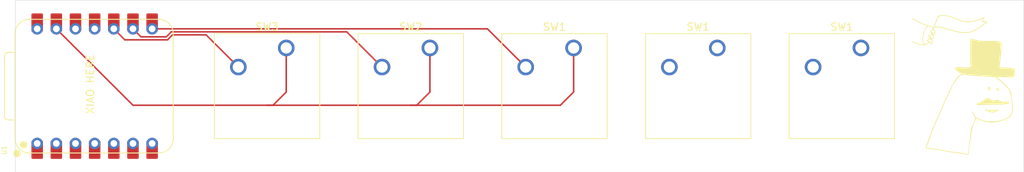
<source format=kicad_pcb>
(kicad_pcb (version 20241229) (generator "pcbnew") (generator_version "9.0")
  (layers (0 "F.Cu" signal) (2 "B.Cu" signal) (13 "F.Paste" user) (15 "B.Paste" user) (5 "F.SilkS" user "F.Silkscreen") (7 "B.SilkS" user "B.Silkscreen") (1 "F.Mask" user) (3 "B.Mask" user) (25 "Edge.Cuts" user))
  (net 0 "")
  (net 4 "+5V")
  (net 6 "Net-(U1-GPIO3{slash}MOSI)")
  (net 7 "Net-(U1-GPIO0{slash}TX)")
  (net 11 "Net-(U1-GPIO4{slash}MISO)")
  (net 12 "Net-(U1-GPIO2{slash}SCK)")
  (net 13 "GND")
  (net 14 "Net-(U1-GPIO1{slash}RX)")
  (footprint "Button_Switch_Keyboard:SW_Cherry_MX_1.00u_PCB" (layer "F.Cu") (at 203.2 102.87)
    (property "Reference" "SW1" (at -2.54 -2.794 0) (layer "F.SilkS"))
    (property "Value" "SW_Push")
    (fp_line (start -9.525 -1.905) (end 4.445 -1.905) (stroke (width 0.12)) (layer "F.SilkS"))
    (fp_line (start -9.525 12.065) (end -9.525 -1.905) (stroke (width 0.12)) (layer "F.SilkS"))
    (fp_line (start 4.445 -1.905) (end 4.445 12.065) (stroke (width 0.12)) (layer "F.SilkS"))
    (fp_line (start 4.445 12.065) (end -9.525 12.065) (stroke (width 0.12)) (layer "F.SilkS"))
    (pad "" np_thru_hole circle (at -7.62 5.08) (size 1.7 1.7) (drill 1.7) (layers "*.Cu" "*.Mask"))
    (pad "" np_thru_hole circle (at -2.54 5.08) (size 4 4) (drill 4) (layers "*.Cu" "*.Mask"))
    (pad "" np_thru_hole circle (at 2.54 5.08) (size 1.7 1.7) (drill 1.7) (layers "*.Cu" "*.Mask"))
    (pad "1" thru_hole circle (at 0 0) (size 2.2 2.2) (drill 1.5) (layers "*.Cu" "*.Mask") (net 13 "GND"))
    (pad "2" thru_hole circle (at -6.35 2.54) (size 2.2 2.2) (drill 1.5) (layers "*.Cu" "*.Mask") (net 14 "Net-(U1-GPIO1{slash}RX)"))
  )
  (footprint "Button_Switch_Keyboard:SW_Cherry_MX_1.00u_PCB" (layer "F.Cu") (at 165.1 102.87)
    (property "Reference" "SW3" (at -2.54 -2.794 0) (layer "F.SilkS"))
    (property "Value" "SW_Push")
    (fp_line (start -9.525 -1.905) (end 4.445 -1.905) (stroke (width 0.12)) (layer "F.SilkS"))
    (fp_line (start -9.525 12.065) (end -9.525 -1.905) (stroke (width 0.12)) (layer "F.SilkS"))
    (fp_line (start 4.445 -1.905) (end 4.445 12.065) (stroke (width 0.12)) (layer "F.SilkS"))
    (fp_line (start 4.445 12.065) (end -9.525 12.065) (stroke (width 0.12)) (layer "F.SilkS"))
    (pad "" np_thru_hole circle (at -7.62 5.08) (size 1.7 1.7) (drill 1.7) (layers "*.Cu" "*.Mask"))
    (pad "" np_thru_hole circle (at -2.54 5.08) (size 4 4) (drill 4) (layers "*.Cu" "*.Mask"))
    (pad "" np_thru_hole circle (at 2.54 5.08) (size 1.7 1.7) (drill 1.7) (layers "*.Cu" "*.Mask"))
    (pad "1" thru_hole circle (at 0 0) (size 2.2 2.2) (drill 1.5) (layers "*.Cu" "*.Mask") (net 13 "GND"))
    (pad "2" thru_hole circle (at -6.35 2.54) (size 2.2 2.2) (drill 1.5) (layers "*.Cu" "*.Mask") (net 11 "Net-(U1-GPIO4{slash}MISO)"))
  )
  (footprint "LOGO" (layer "F.Cu") (at 253.109093 100.484313)
    (property "Reference" "G***" (hide yes))
    (property "Value" "LOGO" (hide yes))
    (fp_poly (pts (xy -0.747904 -1.971691) (xy -0.647742 -1.969428) (xy -0.566218 -1.965058) (xy -0.494794 -1.957825) (xy -0.424929 -1.946975) (xy -0.348083 -1.931754) (xy -0.303657 -1.92211) (xy -0.085073 -1.866819) (xy 0.150611 -1.794661) (xy 0.391516 -1.70966) (xy 0.625759 -1.615836) (xy 0.709851 -1.579023) (xy 0.916688 -1.487695) (xy 1.097426 -1.411694) (xy 1.257375 -1.349329) (xy 1.401844 -1.298908) (xy 1.536145 -1.258739) (xy 1.665588 -1.227131) (xy 1.795483 -1.202392) (xy 1.93114 -1.18283) (xy 1.967268 -1.17847) (xy 2.096682 -1.168013) (xy 2.249996 -1.163063) (xy 2.417471 -1.163316) (xy 2.589369 -1.168466) (xy 2.75595 -1.178206) (xy 2.907476 -1.192232) (xy 3.034209 -1.210237) (xy 3.045499 -1.212312) (xy 3.441478 -1.303921) (xy 3.823813 -1.42728) (xy 4.197208 -1.583999) (xy 4.353341 -1.660588) (xy 4.436633 -1.702295) (xy 4.508332 -1.736481) (xy 4.562663 -1.760527) (xy 4.593852 -1.771814) (xy 4.598873 -1.771967) (xy 4.594048 -1.75391) (xy 4.574953 -1.709368) (xy 4.54399 -1.643451) (xy 4.503558 -1.561269) (xy 4.456158 -1.468127) (xy 4.408728 -1.374727) (xy 4.368491 -1.292378) (xy 4.337827 -1.226215) (xy 4.319117 -1.181374) (xy 4.314731 -1.163) (xy 4.335178 -1.159267) (xy 4.385532 -1.155377) (xy 4.459976 -1.151625) (xy 4.552696 -1.148304) (xy 4.654492 -1.145777) (xy 4.758463 -1.143082) (xy 4.848924 -1.139521) (xy 4.920305 -1.135414) (xy 4.967035 -1.131081) (xy 4.983544 -1.126894) (xy 4.970841 -1.111034) (xy 4.936245 -1.076966) (xy 4.885025 -1.029684) (xy 4.822453 -0.974183) (xy 4.821873 -0.973677) (xy 4.511389 -0.714221) (xy 4.203811 -0.479009) (xy 3.901002 -0.269117) (xy 3.604826 -0.085623) (xy 3.317145 0.070398) (xy 3.039822 0.197867) (xy 2.774721 0.29571) (xy 2.523703 0.362848) (xy 2.50119 0.367484) (xy 2.445149 0.377523) (xy 2.387917 0.384741) (xy 2.323377 0.389353) (xy 2.245413 0.391573) (xy 2.147909 0.391617) (xy 2.024749 0.389698) (xy 1.929601 0.387539) (xy 1.739458 0.381162) (xy 1.562261 0.37112) (xy 1.393197 0.356506) (xy 1.227451 0.336414) (xy 1.060211 0.309937) (xy 0.886662 0.276167) (xy 0.70199 0.234197) (xy 0.501382 0.183122) (xy 0.280025 0.122034) (xy 0.033104 0.050025) (xy -0.142897 -0.002918) (xy -0.40333 -0.080693) (xy -0.634369 -0.146699) (xy -0.840042 -0.201793) (xy -1.024373 -0.246835) (xy -1.191388 -0.282683) (xy -1.345112 -0.310196) (xy -1.489571 -0.330232) (xy -1.62879 -0.34365) (xy -1.766794 -0.351308) (xy -1.77829 -0.351711) (xy -2.082951 -0.361929) (xy -2.142672 -0.207454) (xy -2.167944 -0.139688) (xy -2.186293 -0.085793) (xy -2.195213 -0.05339) (xy -2.195254 -0.047531) (xy -2.176979 -0.03631) (xy -2.137681 -0.01332) (xy -2.104825 0.005594) (xy -2.017125 0.074904) (xy -1.957184 0.163763) (xy -1.927252 0.26671) (xy -1.929578 0.378281) (xy -1.936997 0.412983) (xy -1.97711 0.515434) (xy -2.036298 0.59203) (xy -2.111758 0.639449) (xy -2.134021 0.646675) (xy -2.180946 0.66041) (xy -2.199286 0.672856) (xy -2.19506 0.691601) (xy -2.183869 0.70953) (xy -2.149335 0.790724) (xy -2.139231 0.883564) (xy -2.151285 0.979445) (xy -2.183226 1.069761) (xy -2.232782 1.145907) (xy -2.297683 1.199277) (xy -2.315375 1.207776) (xy -2.377748 1.233838) (xy -2.33819 1.297845) (xy -2.298451 1.389458) (xy -2.284032 1.487867) (xy -2.292984 1.585927) (xy -2.323358 1.676495) (xy -2.373203 1.752428) (xy -2.440572 1.806582) (xy -2.481692 1.823707) (xy -2.56191 1.835713) (xy -2.632542 1.817667) (xy -2.701602 1.767277) (xy -2.710894 1.75822) (xy -2.749369 1.714635) (xy -2.765373 1.677941) (xy -2.765228 1.634237) (xy -2.761166 1.593074) (xy -2.760586 1.572431) (xy -2.760918 1.57187) (xy -2.771519 1.585344) (xy -2.795425 1.619841) (xy -2.814118 1.647772) (xy -2.893147 1.751198) (xy -2.987871 1.850282) (xy -3.087216 1.934186) (xy -3.148696 1.975256) (xy -3.204059 2.005996) (xy -3.248911 2.024049) (xy -3.296589 2.032562) (xy -3.360427 2.034681) (xy -3.399234 2.034371) (xy -3.480859 2.031214) (xy -3.582445 2.02426) (xy -3.688578 2.014675) (xy -3.751055 2.007783) (xy -3.948728 1.977362) (xy -4.151052 1.933985) (xy -4.350279 1.880024) (xy -4.538661 1.817847) (xy -4.708451 1.749824) (xy -4.8519 1.678326) (xy -4.878013 1.663055) (xy -4.937585 1.625488) (xy -4.972677 1.597085) (xy -4.990265 1.570071) (xy -4.997324 1.536676) (xy -4.998019 1.529339) (xy -4.999153 1.487272) (xy -4.994906 1.465521) (xy -4.993352 1.464697) (xy -4.974584 1.474052) (xy -4.934902 1.498645) (xy -4.882686 1.53327) (xy -4.879672 1.535324) (xy -4.743519 1.61514) (xy -4.578393 1.689975) (xy -4.390947 1.757514) (xy -4.187832 1.815441) (xy -3.975701 1.861444) (xy -3.909693 1.872834) (xy -3.788414 1.891736) (xy -3.684739 1.906442) (xy -3.602764 1.916466) (xy -3.546584 1.921322) (xy -3.520295 1.920525) (xy -3.518847 1.919175) (xy -3.527433 1.902248) (xy -3.549617 1.864291) (xy -3.571949 1.827593) (xy -3.632221 1.698334) (xy -3.670651 1.542079) (xy -3.68723 1.36011) (xy -3.684198 1.2416) (xy -3.58844 1.2416) (xy -3.586191 1.362555) (xy -3.576112 1.506653) (xy -3.556948 1.621593) (xy -3.526803 1.713206) (xy -3.483783 1.787328) (xy -3.42872 1.847345) (xy -3.36413 1.894243) (xy -3.303825 1.909655) (xy -3.238351 1.895069) (xy -3.209837 1.881811) (xy -3.113044 1.821367) (xy -3.02677 1.742638) (xy -2.956002 1.657149) (xy -2.917287 1.603937) (xy -2.888833 1.561571) (xy -2.876042 1.538159) (xy -2.875809 1.536804) (xy -2.891747 1.526594) (xy -2.932222 1.516132) (xy -2.958852 1.511757) (xy -3.013669 1.500984) (xy -3.055097 1.487082) (xy -3.064963 1.48123) (xy -3.078536 1.449327) (xy -3.070384 1.420828) (xy -2.942232 1.420828) (xy -2.912999 1.428839) (xy -2.905844 1.428973) (xy -2.84795 1.435742) (xy -2.782639 1.453183) (xy -2.721583 1.476998) (xy -2.676455 1.502889) (xy -2.661007 1.519135) (xy -2.651014 1.561017) (xy -2.653089 1.613175) (xy -2.653358 1.61465) (xy -2.656709 1.660498) (xy -2.640714 1.689833) (xy -2.623353 1.703711) (xy -2.577977 1.728203) (xy -2.535866 1.728345) (xy -2.495565 1.713245) (xy -2.439283 1.66973) (xy -2.40356 1.605458) (xy -2.388282 1.528809) (xy -2.393337 1.448164) (xy -2.418611 1.371902) (xy -2.463992 1.308403) (xy -2.501415 1.279565) (xy -2.572875 1.255997) (xy -2.659965 1.255124) (xy -2.752551 1.274894) (xy -2.840499 1.313254) (xy -2.907068 1.361746) (xy -2.940243 1.39909) (xy -2.942232 1.420828) (xy -3.070384 1.420828) (xy -3.065555 1.403945) (xy -3.029657 1.350706) (xy -2.974476 1.295235) (xy -2.916387 1.251362) (xy -2.866572 1.213889) (xy -2.831056 1.172854) (xy -2.822393 1.1567) (xy -2.681712 1.1567) (xy -2.66803 1.158116) (xy -2.64333 1.133921) (xy -2.626936 1.102811) (xy -2.613198 1.058314) (xy -2.60446 1.012447) (xy -2.603068 0.977226) (xy -2.610275 0.964557) (xy -2.625613 0.971775) (xy -2.625738 0.972826) (xy -2.631761 0.992702) (xy -2.647249 1.034997) (xy -2.661202 1.071068) (xy -2.679652 1.126927) (xy -2.681712 1.1567) (xy -2.822393 1.1567) (xy -2.800566 1.115998) (xy -2.783389 1.075545) (xy -2.75932 1.01385) (xy -2.74164 0.96414) (xy -2.733924 0.936512) (xy -2.733846 0.935599) (xy -2.749284 0.921975) (xy -2.789725 0.909323) (xy -2.820338 0.903975) (xy -2.888784 0.890173) (xy -2.925145 0.868751) (xy -2.932886 0.835599) (xy -2.925222 0.813515) (xy -2.799334 0.813515) (xy -2.770101 0.821525) (xy -2.762947 0.821659) (xy -2.705053 0.828428) (xy -2.639742 0.84587) (xy -2.578686 0.869685) (xy -2.533558 0.895575) (xy -2.51811 0.911821) (xy -2.508117 0.953703) (xy -2.510192 1.005861) (xy -2.510461 1.007336) (xy -2.513812 1.053184) (xy -2.497817 1.08252) (xy -2.480456 1.096397) (xy -2.43508 1.120889) (xy -2.392969 1.121032) (xy -2.352667 1.105932) (xy -2.296386 1.062416) (xy -2.260663 0.998144) (xy -2.245385 0.921495) (xy -2.25044 0.84085) (xy -2.275714 0.764588) (xy -2.321094 0.701089) (xy -2.358517 0.672252) (xy -2.429978 0.648683) (xy -2.517067 0.64781) (xy -2.609653 0.66758) (xy -2.697601 0.70594) (xy -2.76417 0.754433) (xy -2.797346 0.791777) (xy -2.799334 0.813515) (xy -2.925222 0.813515) (xy -2.91689 0.789505) (xy -2.86825 0.722349) (xy -2.790799 0.65662) (xy -2.691233 0.597687) (xy -2.658478 0.582323) (xy -2.60154 0.554072) (xy -2.589761 0.544285) (xy -2.440778 0.544285) (xy -2.420773 0.553609) (xy -2.41569 0.553727) (xy -2.39267 0.547172) (xy -2.387457 0.521021) (xy -2.389918 0.498793) (xy -2.400249 0.463545) (xy -2.414765 0.463116) (xy -2.432 0.497052) (xy -2.437382 0.513537) (xy -2.440778 0.544285) (xy -2.589761 0.544285) (xy -2.567084 0.525444) (xy -2.543638 0.484947) (xy -2.532102 0.455685) (xy -2.515752 0.404673) (xy -2.508416 0.367803) (xy -2.509373 0.357666) (xy -2.530545 0.347644) (xy -2.575153 0.337226) (xy -2.605591 0.332439) (xy -2.674175 0.318647) (xy -2.710678 0.297293) (xy -2.718577 0.26427) (xy -2.710848 0.241925) (xy -2.584988 0.241925) (xy -2.555755 0.249936) (xy -2.548601 0.25007) (xy -2.490707 0.256839) (xy -2.425396 0.27428) (xy -2.36434 0.298095) (xy -2.319212 0.323986) (xy -2.303764 0.340232) (xy -2.293771 0.382114) (xy -2.295846 0.434272) (xy -2.296115 0.435747) (xy -2.299466 0.481595) (xy -2.283471 0.51093) (xy -2.26611 0.524808) (xy -2.220734 0.5493) (xy -2.178623 0.549442) (xy -2.138321 0.534342) (xy -2.08204 0.490827) (xy -2.046317 0.426555) (xy -2.031039 0.349906) (xy -2.036094 0.269261) (xy -2.061368 0.192999) (xy -2.106748 0.1295) (xy -2.144171 0.100663) (xy -2.215632 0.077094) (xy -2.302722 0.076221) (xy -2.395307 0.095991) (xy -2.483255 0.134351) (xy -2.549824 0.182844) (xy -2.583 0.220187) (xy -2.584988 0.241925) (xy -2.710848 0.241925) (xy -2.702544 0.217915) (xy -2.654172 0.151084) (xy -2.577859 0.086184) (xy -2.481168 0.02912) (xy -2.433305 0.007686) (xy -2.377679 -0.019281) (xy -2.336538 -0.047297) (xy -2.321276 -0.065715) (xy -2.318242 -0.122141) (xy -2.339204 -0.192096) (xy -2.379498 -0.26778) (xy -2.434456 -0.341398) (xy -2.499415 -0.405151) (xy -2.543227 -0.436651) (xy -2.606365 -0.469915) (xy -2.669809 -0.488392) (xy -2.750971 -0.497118) (xy -2.752612 -0.497211) (xy -2.823681 -0.499193) (xy -2.874078 -0.493446) (xy -2.918527 -0.477067) (xy -2.954579 -0.457373) (xy -3.04933 -0.383225) (xy -3.140458 -0.274365) (xy -3.22752 -0.131665) (xy -3.310072 0.044005) (xy -3.387668 0.251772) (xy -3.459866 0.490767) (xy -3.483187 0.579307) (xy -3.523576 0.745263) (xy -3.553183 0.886003) (xy -3.573119 1.009993) (xy -3.584501 1.125703) (xy -3.58844 1.2416) (xy -3.684198 1.2416) (xy -3.681949 1.15371) (xy -3.654799 0.924158) (xy -3.60577 0.672738) (xy -3.581136 0.57069) (xy -3.51754 0.34284) (xy -3.447744 0.134995) (xy -3.373044 -0.050168) (xy -3.294733 -0.209969) (xy -3.214105 -0.341728) (xy -3.132455 -0.442765) (xy -3.062644 -0.50288) (xy -3.024459 -0.530828) (xy -3.002804 -0.550448) (xy -3.000966 -0.553856) (xy -3.016835 -0.562448) (xy -3.059232 -0.577484) (xy -3.120164 -0.596218) (xy -3.144775 -0.603248) (xy -3.404281 -0.684728) (xy -3.679664 -0.787075) (xy -3.961459 -0.905974) (xy -4.240202 -1.037114) (xy -4.506427 -1.176179) (xy -4.750668 -1.318859) (xy -4.839125 -1.375343) (xy -4.910694 -1.422994) (xy -4.957405 -1.457032) (xy -4.98454 -1.48302) (xy -4.997382 -1.50652) (xy -5.001213 -1.533097) (xy -5.001406 -1.546237) (xy -4.99819 -1.586482) (xy -4.990235 -1.604616) (xy -4.98801 -1.604501) (xy -4.969079 -1.592938) (xy -4.926056 -1.565235) (xy -4.864577 -1.525063) (xy -4.790277 -1.476092) (xy -4.756968 -1.454024) (xy -4.612194 -1.36307) (xy -4.444752 -1.266342) (xy -4.265721 -1.169786) (xy -4.08618 -1.079347) (xy -3.91721 -1.00097) (xy -3.89311 -0.99047) (xy -3.73978 -0.927011) (xy -3.575899 -0.863963) (xy -3.407683 -0.803353) (xy -3.241345 -0.747211) (xy -3.083101 -0.697566) (xy -2.939167 -0.656448) (xy -2.815756 -0.625885) (xy -2.723178 -0.608475) (xy -2.645089 -0.591651) (xy -2.564993 -0.565556) (xy -2.525179 -0.548148) (xy -2.456041 -0.503706) (xy -2.382791 -0.441817) (xy -2.317478 -0.373761) (xy -2.272662 -0.311738) (xy -2.254869 -0.288094) (xy -2.246055 -0.285944) (xy -2.238119 -0.303802) (xy -2.218229 -0.351516) (xy -2.187729 -0.425783) (xy -2.165505 -0.480283) (xy -2.036314 -0.480283) (xy -2.019422 -0.476105) (xy -1.972658 -0.471425) (xy -1.901863 -0.466653) (xy -1.812879 -0.462199) (xy -1.737096 -0.459292) (xy -1.625403 -0.454092) (xy -1.516339 -0.445647) (xy -1.406297 -0.433165) (xy -1.291673 -0.415851) (xy -1.168861 -0.392914) (xy -1.034258 -0.36356) (xy -0.884259 -0.326997) (xy -0.715257 -0.282432) (xy -0.523649 -0.229071) (xy -0.30583 -0.166123) (xy -0.058194 -0.092793) (xy -0.023068 -0.08229) (xy 0.235133 -0.006495) (xy 0.465622 0.057707) (xy 0.674046 0.111503) (xy 0.866054 0.156081) (xy 1.047292 0.192628) (xy 1.223409 0.222332) (xy 1.400052 0.24638) (xy 1.582869 0.265961) (xy 1.670112 0.273755) (xy 1.77319 0.279955) (xy 1.893776 0.283209) (xy 2.023442 0.283681) (xy 2.153758 0.281536) (xy 2.276295 0.276939) (xy 2.382623 0.270054) (xy 2.464311 0.261046) (xy 2.48326 0.257859) (xy 2.711609 0.200897) (xy 2.956112 0.114009) (xy 3.215003 -0.001827) (xy 3.486513 -0.145633) (xy 3.768876 -0.316431) (xy 4.060325 -0.513245) (xy 4.359091 -0.735095) (xy 4.544532 -0.882589) (xy 4.721765 -1.027075) (xy 4.52667 -1.03148) (xy 4.423122 -1.034519) (xy 4.348875 -1.038919) (xy 4.297506 -1.045758) (xy 4.262595 -1.056114) (xy 4.237717 -1.071062) (xy 4.225651 -1.081964) (xy 4.204947 -1.113307) (xy 4.200327 -1.154131) (xy 4.212818 -1.209842) (xy 4.243446 -1.285844) (xy 4.277989 -1.357525) (xy 4.311816 -1.425561) (xy 4.33862 -1.480769) (xy 4.35497 -1.516006) (xy 4.358368 -1.524867) (xy 4.343163 -1.520917) (xy 4.301767 -1.504767) (xy 4.240509 -1.478999) (xy 4.166049 -1.446346) (xy 3.818038 -1.306876) (xy 3.465125 -1.196176) (xy 3.11133 -1.11502) (xy 2.760669 -1.06418) (xy 2.417161 -1.044426) (xy 2.121665 -1.053545) (xy 1.876136 -1.079374) (xy 1.6444 -1.120035) (xy 1.417623 -1.177927) (xy 1.186971 -1.255451) (xy 0.943612 -1.35501) (xy 0.839522 -1.402102) (xy 0.570088 -1.521952) (xy 0.322009 -1.621281) (xy 0.088942 -1.702128) (xy -0.135459 -1.766533) (xy -0.357537 -1.816535) (xy -0.553727 -1.849896) (xy -0.714396 -1.866965) (xy -0.879405 -1.872858) (xy -1.041634 -1.868137) (xy -1.193962 -1.853366) (xy -1.329267 -1.829108) (xy -1.440429 -1.795925) (xy -1.484431 -1.776318) (xy -1.498408 -1.765971) (xy -1.514023 -1.74696) (xy -1.532696 -1.716181) (xy -1.555848 -1.670531) (xy -1.584899 -1.606905) (xy -1.621271 -1.5222) (xy -1.666382 -1.413312) (xy -1.721655 -1.277138) (xy -1.784148 -1.121477) (xy -1.840617 -0.980073) (xy -1.892677 -0.84917) (xy -1.938881 -0.73245) (xy -1.977779 -0.633594) (xy -2.007925 -0.556286) (xy -2.027869 -0.504207) (xy -2.036164 -0.48104) (xy -2.036314 -0.480283) (xy -2.165505 -0.480283) (xy -2.147964 -0.5233) (xy -2.100276 -0.640765) (xy -2.046009 -0.774877) (xy -1.986507 -0.922332) (xy -1.928405 -1.066667) (xy -1.618012 -1.838607) (xy -1.533153 -1.875112) (xy -1.451409 -1.908206) (xy -1.375898 -1.933111) (xy -1.299366 -1.950903) (xy -1.214557 -1.962655) (xy -1.114218 -1.969443) (xy -0.991092 -1.972343) (xy -0.875246 -1.972599)) (fill yes) (layer "F.SilkS"))
  )
  (footprint "Button_Switch_Keyboard:SW_Cherry_MX_1.00u_PCB" (layer "F.Cu") (at 184.15 102.87)
    (property "Reference" "SW2" (at -2.54 -2.794 0) (layer "F.SilkS"))
    (property "Value" "SW_Push")
    (fp_line (start -9.525 -1.905) (end 4.445 -1.905) (stroke (width 0.12)) (layer "F.SilkS"))
    (fp_line (start -9.525 12.065) (end -9.525 -1.905) (stroke (width 0.12)) (layer "F.SilkS"))
    (fp_line (start 4.445 -1.905) (end 4.445 12.065) (stroke (width 0.12)) (layer "F.SilkS"))
    (fp_line (start 4.445 12.065) (end -9.525 12.065) (stroke (width 0.12)) (layer "F.SilkS"))
    (pad "" np_thru_hole circle (at -7.62 5.08) (size 1.7 1.7) (drill 1.7) (layers "*.Cu" "*.Mask"))
    (pad "" np_thru_hole circle (at -2.54 5.08) (size 4 4) (drill 4) (layers "*.Cu" "*.Mask"))
    (pad "" np_thru_hole circle (at 2.54 5.08) (size 1.7 1.7) (drill 1.7) (layers "*.Cu" "*.Mask"))
    (pad "1" thru_hole circle (at 0 0) (size 2.2 2.2) (drill 1.5) (layers "*.Cu" "*.Mask") (net 13 "GND"))
    (pad "2" thru_hole circle (at -6.35 2.54) (size 2.2 2.2) (drill 1.5) (layers "*.Cu" "*.Mask") (net 12 "Net-(U1-GPIO2{slash}SCK)"))
  )
  (footprint "Button_Switch_Keyboard:SW_Cherry_MX_1.00u_PCB" (layer "F.Cu") (at 241.3 102.87)
    (property "Reference" "SW1" (at -2.54 -2.794 0) (layer "F.SilkS"))
    (property "Value" "SW_Push")
    (fp_line (start -9.525 -1.905) (end 4.445 -1.905) (stroke (width 0.12)) (layer "F.SilkS"))
    (fp_line (start -9.525 12.065) (end -9.525 -1.905) (stroke (width 0.12)) (layer "F.SilkS"))
    (fp_line (start 4.445 -1.905) (end 4.445 12.065) (stroke (width 0.12)) (layer "F.SilkS"))
    (fp_line (start 4.445 12.065) (end -9.525 12.065) (stroke (width 0.12)) (layer "F.SilkS"))
    (pad "" np_thru_hole circle (at -7.62 5.08) (size 1.7 1.7) (drill 1.7) (layers "*.Cu" "*.Mask"))
    (pad "" np_thru_hole circle (at -2.54 5.08) (size 4 4) (drill 4) (layers "*.Cu" "*.Mask"))
    (pad "" np_thru_hole circle (at 2.54 5.08) (size 1.7 1.7) (drill 1.7) (layers "*.Cu" "*.Mask"))
    (pad "1" thru_hole circle (at 0 0) (size 2.2 2.2) (drill 1.5) (layers "*.Cu" "*.Mask"))
    (pad "2" thru_hole circle (at -6.35 2.54) (size 2.2 2.2) (drill 1.5) (layers "*.Cu" "*.Mask"))
  )
  (footprint "Seeed Studio XIAO Series Library:XIAO-RP2040-DIP" (layer "F.Cu") (at 139.7 107.95 90)
    (property "Reference" "U1" (at -8.5 -12 90) (layer "F.SilkS") (effects (font (size 0.635 0.635) (thickness 0.1016))))
    (property "Value" "XIAO-RP2040-DIP")
    (fp_line (start -3.991272 -11.951) (end 4.004 -11.951) (stroke (width 0.127)) (layer "F.SilkS"))
    (fp_line (start 4.504 -11.451) (end 4.504 -10.541) (stroke (width 0.127)) (layer "F.SilkS"))
    (fp_line (start 6.985 -10.541) (end -6.985 -10.541) (stroke (width 0.1)) (layer "F.SilkS"))
    (fp_line (start 6.985 -10.541) (end -6.985 -10.541) (stroke (width 0.127)) (layer "F.SilkS"))
    (fp_line (start -4.495 -10.541) (end -4.491272 -11.451272) (stroke (width 0.127)) (layer "F.SilkS"))
    (fp_line (start 8.89 8.509) (end 8.89 -8.636) (stroke (width 0.127)) (layer "F.SilkS"))
    (fp_line (start -8.89 8.509) (end -8.89 -8.636) (stroke (width 0.127)) (layer "F.SilkS"))
    (fp_line (start -6.985 10.414) (end 6.985 10.414) (stroke (width 0.127)) (layer "F.SilkS"))
    (fp_arc (start 4.004 -11.951) (mid 4.357553 -11.804553) (end 4.504 -11.451) (stroke (width 0.127)) (layer "F.SilkS"))
    (fp_arc (start -4.491272 -11.451272) (mid -4.344724 -11.804644) (end -3.991272 -11.951) (stroke (width 0.127)) (layer "F.SilkS"))
    (fp_arc (start 6.985 -10.541) (mid 8.332038 -9.983038) (end 8.89 -8.636) (stroke (width 0.127)) (layer "F.SilkS"))
    (fp_arc (start -8.89 -8.636) (mid -8.332038 -9.983038) (end -6.985 -10.541) (stroke (width 0.127)) (layer "F.SilkS"))
    (fp_arc (start 8.89 8.509) (mid 8.332038 9.856038) (end 6.985 10.414) (stroke (width 0.127)) (layer "F.SilkS"))
    (fp_arc (start -6.985 10.414) (mid -8.332038 9.856038) (end -8.89 8.509) (stroke (width 0.127)) (layer "F.SilkS"))
    (fp_circle (center -8.95 -10.3) (end -8.95 -10.554) (stroke (width 0.5)) (fill yes) (layer "F.SilkS"))
    (fp_circle (center -7.807 -9.42) (end -7.807 -9.674) (stroke (width 0.5)) (fill yes) (layer "F.SilkS"))
    (pad "1" smd roundrect (at -8.455 -7.62 270) (size 2.432 1.524) (layers "F.Cu" "F.Mask") (roundrect_rratio 0.1))
    (pad "1" thru_hole circle (at -7.62 -7.62 270) (size 1.524 1.524) (drill 0.889) (layers "*.Cu" "*.Mask"))
    (pad "2" smd roundrect (at -8.455 -5.08 270) (size 2.432 1.524) (layers "F.Cu" "F.Mask") (roundrect_rratio 0.1))
    (pad "2" thru_hole circle (at -7.62 -5.08 270) (size 1.524 1.524) (drill 0.889) (layers "*.Cu" "*.Mask"))
    (pad "3" smd roundrect (at -8.455 -2.54 270) (size 2.432 1.524) (layers "F.Cu" "F.Mask") (roundrect_rratio 0.1))
    (pad "3" thru_hole circle (at -7.62 -2.54 270) (size 1.524 1.524) (drill 0.889) (layers "*.Cu" "*.Mask"))
    (pad "4" smd roundrect (at -8.455 0 270) (size 2.432 1.524) (layers "F.Cu" "F.Mask") (roundrect_rratio 0.1))
    (pad "4" thru_hole circle (at -7.62 0 270) (size 1.524 1.524) (drill 0.889) (layers "*.Cu" "*.Mask"))
    (pad "5" smd roundrect (at -8.455 2.54 270) (size 2.432 1.524) (layers "F.Cu" "F.Mask") (roundrect_rratio 0.1))
    (pad "5" thru_hole circle (at -7.62 2.54 270) (size 1.524 1.524) (drill 0.889) (layers "*.Cu" "*.Mask"))
    (pad "6" smd roundrect (at -8.455 5.08 270) (size 2.432 1.524) (layers "F.Cu" "F.Mask") (roundrect_rratio 0.1))
    (pad "6" thru_hole circle (at -7.62 5.08 270) (size 1.524 1.524) (drill 0.889) (layers "*.Cu" "*.Mask"))
    (pad "7" smd roundrect (at -8.455 7.62 270) (size 2.432 1.524) (layers "F.Cu" "F.Mask") (roundrect_rratio 0.1) (net 7 "Net-(U1-GPIO0{slash}TX)"))
    (pad "7" thru_hole circle (at -7.62 7.62 270) (size 1.524 1.524) (drill 0.889) (layers "*.Cu" "*.Mask") (net 7 "Net-(U1-GPIO0{slash}TX)"))
    (pad "8" thru_hole circle (at 7.62 7.62 90) (size 1.524 1.524) (drill 0.889) (layers "*.Cu" "*.Mask") (net 14 "Net-(U1-GPIO1{slash}RX)"))
    (pad "8" smd roundrect (at 8.455 7.62 90) (size 2.432 1.524) (layers "F.Cu" "F.Mask") (roundrect_rratio 0.1) (net 14 "Net-(U1-GPIO1{slash}RX)"))
    (pad "9" thru_hole circle (at 7.62 5.08 90) (size 1.524 1.524) (drill 0.889) (layers "*.Cu" "*.Mask") (net 12 "Net-(U1-GPIO2{slash}SCK)"))
    (pad "9" smd roundrect (at 8.455 5.08 90) (size 2.432 1.524) (layers "F.Cu" "F.Mask") (roundrect_rratio 0.1) (net 12 "Net-(U1-GPIO2{slash}SCK)"))
    (pad "10" thru_hole circle (at 7.62 2.54 90) (size 1.524 1.524) (drill 0.889) (layers "*.Cu" "*.Mask") (net 11 "Net-(U1-GPIO4{slash}MISO)"))
    (pad "10" smd roundrect (at 8.455 2.54 90) (size 2.432 1.524) (layers "F.Cu" "F.Mask") (roundrect_rratio 0.1) (net 11 "Net-(U1-GPIO4{slash}MISO)"))
    (pad "11" thru_hole circle (at 7.62 0 90) (size 1.524 1.524) (drill 0.889) (layers "*.Cu" "*.Mask") (net 6 "Net-(U1-GPIO3{slash}MOSI)"))
    (pad "11" smd roundrect (at 8.455 0 90) (size 2.432 1.524) (layers "F.Cu" "F.Mask") (roundrect_rratio 0.1) (net 6 "Net-(U1-GPIO3{slash}MOSI)"))
    (pad "12" thru_hole circle (at 7.62 -2.54 90) (size 1.524 1.524) (drill 0.889) (layers "*.Cu" "*.Mask"))
    (pad "12" smd roundrect (at 8.455 -2.54 90) (size 2.432 1.524) (layers "F.Cu" "F.Mask") (roundrect_rratio 0.1))
    (pad "13" thru_hole circle (at 7.62 -5.08 90) (size 1.524 1.524) (drill 0.889) (layers "*.Cu" "*.Mask") (net 13 "GND"))
    (pad "13" smd roundrect (at 8.455 -5.08 90) (size 2.432 1.524) (layers "F.Cu" "F.Mask") (roundrect_rratio 0.1) (net 13 "GND"))
    (pad "14" thru_hole circle (at 7.62 -7.62 90) (size 1.524 1.524) (drill 0.889) (layers "*.Cu" "*.Mask") (net 4 "+5V"))
    (pad "14" smd roundrect (at 8.455 -7.62 90) (size 2.432 1.524) (layers "F.Cu" "F.Mask") (roundrect_rratio 0.1) (net 4 "+5V"))
  )
  (footprint "Button_Switch_Keyboard:SW_Cherry_MX_1.00u_PCB" (layer "F.Cu") (at 222.25 102.87)
    (property "Reference" "SW1" (at -2.54 -2.794 0) (layer "F.SilkS"))
    (property "Value" "SW_Push")
    (fp_line (start -9.525 -1.905) (end 4.445 -1.905) (stroke (width 0.12)) (layer "F.SilkS"))
    (fp_line (start -9.525 12.065) (end -9.525 -1.905) (stroke (width 0.12)) (layer "F.SilkS"))
    (fp_line (start 4.445 -1.905) (end 4.445 12.065) (stroke (width 0.12)) (layer "F.SilkS"))
    (fp_line (start 4.445 12.065) (end -9.525 12.065) (stroke (width 0.12)) (layer "F.SilkS"))
    (pad "" np_thru_hole circle (at -7.62 5.08) (size 1.7 1.7) (drill 1.7) (layers "*.Cu" "*.Mask"))
    (pad "" np_thru_hole circle (at -2.54 5.08) (size 4 4) (drill 4) (layers "*.Cu" "*.Mask"))
    (pad "" np_thru_hole circle (at 2.54 5.08) (size 1.7 1.7) (drill 1.7) (layers "*.Cu" "*.Mask"))
    (pad "1" thru_hole circle (at 0 0) (size 2.2 2.2) (drill 1.5) (layers "*.Cu" "*.Mask"))
    (pad "2" thru_hole circle (at -6.35 2.54) (size 2.2 2.2) (drill 1.5) (layers "*.Cu" "*.Mask"))
  )
  (footprint "LOGO" (layer "F.Cu") (at 255.718534 111.483751)
    (property "Reference" "G***" (hide yes))
    (property "Value" "LOGO" (hide yes))
    (fp_poly (pts (xy 2.670549 -3.377433) (xy 2.750506 -3.23966) (xy 2.741476 -3.094802) (xy 2.716096 -3.059973) (xy 2.589553 -2.97658) (xy 2.474543 -3.029998) (xy 2.423595 -3.086082) (xy 2.364595 -3.240969) (xy 2.409244 -3.379812) (xy 2.534797 -3.438769)) (fill yes) (layer "F.SilkS"))
    (fp_poly (pts (xy 3.886552 -3.200439) (xy 3.938221 -3.092388) (xy 3.899086 -2.998554) (xy 3.778778 -2.902357) (xy 3.653224 -2.93578) (xy 3.551371 -3.024717) (xy 3.46428 -3.129948) (xy 3.503286 -3.192414) (xy 3.583005 -3.231215) (xy 3.753736 -3.257323)) (fill yes) (layer "F.SilkS"))
    (fp_poly (pts (xy 2.226134 -0.49429) (xy 2.393237 -0.430895) (xy 2.702728 -0.344028) (xy 3.035511 -0.31572) (xy 3.325908 -0.348511) (xy 3.438245 -0.390489) (xy 3.612456 -0.434524) (xy 3.704637 -0.421975) (xy 3.783752 -0.36857) (xy 3.733144 -0.283536) (xy 3.716185 -0.266251) (xy 3.420452 -0.078306) (xy 3.042622 -0.018623) (xy 2.591924 -0.088617) (xy 2.579077 -0.092248) (xy 2.285605 -0.205378) (xy 2.135971 -0.339633) (xy 2.110154 -0.440465) (xy 2.133005 -0.501718)) (fill yes) (layer "F.SilkS"))
    (fp_poly (pts (xy 2.566969 -1.907918) (xy 2.772299 -1.79899) (xy 2.938485 -1.670343) (xy 2.970812 -1.632123) (xy 3.063428 -1.615833) (xy 3.250319 -1.641541) (xy 3.346128 -1.664368) (xy 3.565667 -1.71036) (xy 3.73796 -1.697918) (xy 3.938436 -1.616263) (xy 4.035919 -1.565788) (xy 4.271653 -1.454864) (xy 4.439523 -1.42223) (xy 4.599948 -1.456865) (xy 4.610866 -1.460921) (xy 4.834715 -1.509376) (xy 5.046629 -1.499284) (xy 5.195919 -1.438567) (xy 5.236308 -1.363194) (xy 5.186996 -1.235481) (xy 5.16137 -1.213373) (xy 5.005279 -1.164607) (xy 4.728997 -1.123627) (xy 4.368541 -1.092686) (xy 3.959929 -1.074039) (xy 3.539182 -1.069937) (xy 3.142315 -1.082634) (xy 3.106615 -1.084832) (xy 2.995456 -1.083798) (xy 2.760582 -1.076499) (xy 2.434413 -1.064091) (xy 2.049365 -1.047735) (xy 1.973384 -1.044329) (xy 1.554791 -1.026292) (xy 1.267587 -1.018601) (xy 1.087036 -1.024092) (xy 0.988402 -1.045603) (xy 0.946946 -1.085969) (xy 0.937933 -1.148027) (xy 0.937846 -1.163067) (xy 0.973433 -1.285811) (xy 1.107861 -1.327304) (xy 1.159585 -1.328616) (xy 1.362337 -1.379841) (xy 1.634992 -1.520212) (xy 1.817886 -1.641231) (xy 2.059881 -1.800036) (xy 2.269979 -1.91257) (xy 2.399373 -1.953846)) (fill yes) (layer "F.SilkS"))
    (fp_poly (pts (xy 0.397816 -9.788577) (xy 0.672899 -9.72457) (xy 0.758484 -9.702051) (xy 1.181019 -9.608217) (xy 1.615601 -9.558688) (xy 2.129624 -9.546139) (xy 2.188308 -9.546639) (xy 2.743298 -9.551396) (xy 3.164259 -9.550511) (xy 3.473434 -9.541833) (xy 3.693061 -9.523211) (xy 3.845381 -9.492492) (xy 3.952635 -9.447526) (xy 4.037064 -9.386161) (xy 4.05982 -9.365582) (xy 4.140087 -9.282799) (xy 4.189809 -9.192751) (xy 4.213298 -9.06185) (xy 4.214866 -8.856507) (xy 4.198825 -8.543133) (xy 4.187738 -8.369121) (xy 4.162213 -7.998899) (xy 4.136429 -7.663869) (xy 4.114016 -7.409414) (xy 4.102798 -7.307385) (xy 4.078561 -7.106166) (xy 4.046731 -6.816886) (xy 4.018596 -6.545385) (xy 3.965649 -6.017846) (xy 4.620517 -6.011557) (xy 4.979544 -5.997163) (xy 5.327234 -5.964903) (xy 5.596391 -5.921301) (xy 5.627077 -5.913864) (xy 5.978769 -5.822462) (xy 5.972646 -5.386247) (xy 5.968833 -5.118619) (xy 5.951026 -4.928142) (xy 5.896616 -4.80306) (xy 5.782992 -4.731615) (xy 5.587544 -4.70205) (xy 5.287662 -4.70261) (xy 4.860736 -4.721536) (xy 4.708387 -4.728855) (xy 4.209598 -4.747816) (xy 3.864984 -4.750273) (xy 3.673282 -4.736197) (xy 3.63323 -4.705558) (xy 3.634154 -4.704587) (xy 3.725675 -4.622617) (xy 3.906796 -4.467557) (xy 4.146541 -4.265778) (xy 4.290338 -4.145958) (xy 4.776593 -3.714515) (xy 5.133199 -3.329931) (xy 5.372537 -2.973793) (xy 5.506985 -2.627691) (xy 5.548923 -2.274081) (xy 5.565533 -2.037984) (xy 5.609029 -1.719669) (xy 5.668502 -1.395606) (xy 5.744349 -0.804135) (xy 5.716427 -0.270727) (xy 5.588569 0.182952) (xy 5.364603 0.535236) (xy 5.318893 0.581908) (xy 5.088076 0.740329) (xy 4.736719 0.902665) (xy 4.29971 1.056285) (xy 3.811939 1.188553) (xy 3.425037 1.267672) (xy 3.120087 1.310029) (xy 2.848762 1.316081) (xy 2.545417 1.28365) (xy 2.233788 1.22819) (xy 1.88227 1.148232) (xy 1.549716 1.052842) (xy 1.296556 0.959815) (xy 1.254172 0.939739) (xy 1.058199 0.844012) (xy 0.926956 0.787772) (xy 0.903471 0.781538) (xy 0.839898 0.848645) (xy 0.74055 1.024934) (xy 0.623529 1.272859) (xy 0.506938 1.554873) (xy 0.435059 1.753096) (xy 0.372686 1.988272) (xy 0.303539 2.329988) (xy 0.236736 2.729288) (xy 0.189085 3.073543) (xy 0.140068 3.443682) (xy 0.092351 3.758903) (xy 0.051416 3.985663) (xy 0.022902 4.090172) (xy -0.004181 4.200498) (xy -0.034024 4.426714) (xy -0.061772 4.728588) (xy -0.072376 4.879879) (xy -0.097127 5.217579) (xy -0.124893 5.429081) (xy -0.164014 5.544403) (xy -0.222829 5.593565) (xy -0.273539 5.604057) (xy -0.466256 5.586802) (xy -0.625231 5.539426) (xy -0.774415 5.501154) (xy -1.043254 5.453947) (xy -1.395769 5.403375) (xy -1.79598 5.355007) (xy -1.864979 5.347531) (xy -2.327107 5.291275) (xy -2.803154 5.221424) (xy -3.23565 5.147064) (xy -3.554426 5.08038) (xy -3.936539 5.001825) (xy -4.394648 4.9279) (xy -4.848637 4.871028) (xy -4.993045 4.857338) (xy -5.32975 4.824928) (xy -5.6053 4.791002) (xy -5.784381 4.760338) (xy -5.833096 4.743724) (xy -5.838394 4.668115) (xy -5.765812 4.668115) (xy -4.890397 4.756866) (xy -4.459222 4.809543) (xy -4.013105 4.878874) (xy -3.617869 4.954006) (xy -3.433799 4.997026) (xy -3.120376 5.064573) (xy -2.706746 5.134012) (xy -2.248664 5.196815) (xy -1.836616 5.241336) (xy -1.43204 5.284326) (xy -1.064557 5.33429) (xy -0.772664 5.385271) (xy -0.594858 5.431311) (xy -0.586154 5.434842) (xy -0.401008 5.49941) (xy -0.276224 5.516985) (xy -0.273539 5.516415) (xy -0.233817 5.435313) (xy -0.193444 5.234328) (xy -0.158848 4.949722) (xy -0.146609 4.80023) (xy -0.119745 4.474243) (xy -0.089741 4.200243) (xy -0.061625 4.021454) (xy -0.051865 3.985846) (xy -0.026639 3.863744) (xy 0.006486 3.622676) (xy 0.042899 3.299482) (xy 0.07274 2.990509) (xy 0.129685 2.502888) (xy 0.203547 2.097602) (xy 0.287844 1.809129) (xy 0.300513 1.779125) (xy 0.486228 1.362742) (xy 0.61522 1.065414) (xy 0.694694 0.863556) (xy 0.731858 0.733588) (xy 0.733916 0.651925) (xy 0.708074 0.594986) (xy 0.674757 0.554363) (xy 0.532497 0.350644) (xy 0.406167 0.103484) (xy 0.326769 -0.121279) (xy 0.314332 -0.211042) (xy 0.342427 -0.229588) (xy 0.412799 -0.126878) (xy 0.474937 -0.001406) (xy 0.645975 0.325458) (xy 0.835417 0.553456) (xy 1.094304 0.736588) (xy 1.253066 0.821798) (xy 1.821487 1.032629) (xy 2.472911 1.142703) (xy 3.170123 1.151157) (xy 3.875904 1.057128) (xy 4.454769 0.89598) (xy 4.925175 0.696823) (xy 5.258448 0.468678) (xy 5.473722 0.186074) (xy 5.590133 -0.176461) (xy 5.626816 -0.644399) (xy 5.626893 -0.664308) (xy 5.612284 -0.985777) (xy 5.572009 -1.380666) (xy 5.512832 -1.807539) (xy 5.441515 -2.224958) (xy 5.364822 -2.591486) (xy 5.289514 -2.865686) (xy 5.252251 -2.959866) (xy 5.128316 -3.139941) (xy 4.910722 -3.386827) (xy 4.629491 -3.671758) (xy 4.314645 -3.965968) (xy 3.996206 -4.240691) (xy 3.704198 -4.46716) (xy 3.614057 -4.529526) (xy 3.450839 -4.628628) (xy 3.289752 -4.696378) (xy 3.091751 -4.7415) (xy 2.817787 -4.772724) (xy 2.428816 -4.798775) (xy 2.402672 -4.800267) (xy 1.599136 -4.846687) (xy 0.971795 -4.884616) (xy 4.845538 -4.884616) (xy 4.884615 -4.845539) (xy 4.923692 -4.884616) (xy 5.001846 -4.884616) (xy 5.040923 -4.845539) (xy 5.08 -4.884616) (xy 5.040923 -4.923692) (xy 5.001846 -4.884616) (xy 4.923692 -4.884616) (xy 4.884615 -4.923692) (xy 4.845538 -4.884616) (xy 0.971795 -4.884616) (xy 0.951484 -4.885844) (xy 0.459461 -4.917756) (xy 0.122812 -4.942438) (xy -0.058716 -4.959908) (xy -0.078154 -4.962837) (xy -0.465038 -5.027034) (xy -0.50444 -5.031129) (xy 1.161462 -5.031129) (xy 1.265268 -5.017598) (xy 1.289538 -5.017082) (xy 1.423011 -5.02553) (xy 1.434763 -5.049996) (xy 1.427795 -5.05311) (xy 1.272645 -5.068571) (xy 1.193333 -5.056006) (xy 1.161462 -5.031129) (xy -0.50444 -5.031129) (xy -0.737621 -5.055363) (xy -0.934643 -5.04375) (xy -1.094844 -4.988123) (xy -1.256963 -4.884409) (xy -1.327176 -4.831506) (xy -1.488692 -4.677258) (xy -1.686945 -4.445301) (xy -1.896111 -4.171711) (xy -2.090369 -3.892567) (xy -2.243893 -3.643944) (xy -2.330861 -3.46192) (xy -2.341295 -3.414711) (xy -2.375149 -3.326884) (xy -2.46686 -3.123193) (xy -2.605089 -2.827931) (xy -2.778498 -2.465388) (xy -2.930769 -2.151764) (xy -3.123642 -1.752969) (xy -3.289811 -1.40175) (xy -3.417984 -1.1226) (xy -3.496871 -0.940009) (xy -3.516923 -0.880447) (xy -3.547536 -0.786441) (xy -3.63144 -0.578677) (xy -3.756735 -0.285461) (xy -3.91152 0.064901) (xy -3.955254 0.162145) (xy -4.249975 0.816734) (xy -4.48747 1.348825) (xy -4.67588 1.777902) (xy -4.823349 2.123449) (xy -4.938019 2.40495) (xy -5.028033 2.641889) (xy -5.101532 2.853751) (xy -5.16666 3.06002) (xy -5.167646 3.063275) (xy -5.290456 3.440976) (xy -5.436173 3.849775) (xy -5.553173 4.151134) (xy -5.765812 4.668115) (xy -5.838394 4.668115) (xy -5.839888 4.646801) (xy -5.795775 4.469813) (xy -5.784993 4.43922) (xy -5.726349 4.276765) (xy -5.627228 3.999465) (xy -5.499223 3.639856) (xy -5.353923 3.230474) (xy -5.27545 3.008923) (xy -5.088647 2.504671) (xy -4.871827 1.956462) (xy -4.64968 1.424726) (xy -4.446892 0.969893) (xy -4.413358 0.898769) (xy -4.224688 0.495047) (xy -4.04224 0.090551) (xy -3.88691 -0.267546) (xy -3.780189 -0.530504) (xy -3.651154 -0.848099) (xy -3.468131 -1.267344) (xy -3.247168 -1.754329) (xy -3.004313 -2.275144) (xy -2.755613 -2.795877) (xy -2.517117 -3.282618) (xy -2.304872 -3.701456) (xy -2.134926 -4.018481) (xy -2.103681 -4.073134) (xy -1.906882 -4.374539) (xy -1.686067 -4.655239) (xy -1.468605 -4.885733) (xy -1.281867 -5.036518) (xy -1.169588 -5.08) (xy -1.096326 -5.139556) (xy -1.094154 -5.158154) (xy -1.151295 -5.234061) (xy -1.169122 -5.236308) (xy -1.273899 -5.274021) (xy -1.461078 -5.370663) (xy -1.566271 -5.431692) (xy 1.094154 -5.431692) (xy 1.133231 -5.392616) (xy 1.172308 -5.431692) (xy 1.133231 -5.470769) (xy 1.094154 -5.431692) (xy -1.566271 -5.431692) (xy -1.598969 -5.450662) (xy -1.828717 -5.628087) (xy -1.948265 -5.803842) (xy -1.948085 -5.913641) (xy -0.521026 -5.913641) (xy -0.510298 -5.867179) (xy -0.468923 -5.861539) (xy -0.404594 -5.890134) (xy -0.410046 -5.900616) (xy -0.234462 -5.900616) (xy -0.195385 -5.861539) (xy -0.156308 -5.900616) (xy -0.169333 -5.913641) (xy -0.052103 -5.913641) (xy -0.041375 -5.867179) (xy 0 -5.861539) (xy 0.064329 -5.890134) (xy 0.052102 -5.913641) (xy 0.494974 -5.913641) (xy 0.505702 -5.867179) (xy 0.547077 -5.861539) (xy 0.611406 -5.890134) (xy 0.605954 -5.900616) (xy 0.703384 -5.900616) (xy 0.742461 -5.861539) (xy 0.781538 -5.900616) (xy 0.859692 -5.900616) (xy 0.898769 -5.861539) (xy 0.937846 -5.900616) (xy 0.924821 -5.913641) (xy 1.042051 -5.913641) (xy 1.052779 -5.867179) (xy 1.094154 -5.861539) (xy 1.158483 -5.890134) (xy 1.146256 -5.913641) (xy 1.053506 -5.922995) (xy 1.042051 -5.913641) (xy 0.924821 -5.913641) (xy 0.898769 -5.939692) (xy 0.859692 -5.900616) (xy 0.781538 -5.900616) (xy 0.742461 -5.939692) (xy 0.703384 -5.900616) (xy 0.605954 -5.900616) (xy 0.599179 -5.913641) (xy 0.506429 -5.922995) (xy 0.494974 -5.913641) (xy 0.052102 -5.913641) (xy -0.040648 -5.922995) (xy -0.052103 -5.913641) (xy -0.169333 -5.913641) (xy -0.195385 -5.939692) (xy -0.234462 -5.900616) (xy -0.410046 -5.900616) (xy -0.416821 -5.913641) (xy -0.509571 -5.922995) (xy -0.521026 -5.913641) (xy -1.948085 -5.913641) (xy -1.94802 -5.95352) (xy -1.833471 -6.047316) (xy -1.710382 -6.061677) (xy -1.467915 -6.065521) (xy -1.142635 -6.058946) (xy -0.817471 -6.044647) (xy -0.417747 -6.024529) (xy -0.149804 -6.022381) (xy 0.01067 -6.047975) (xy 0.087988 -6.111085) (xy 0.106462 -6.221486) (xy 0.090404 -6.388949) (xy 0.08791 -6.408616) (xy 0.078488 -6.560166) (xy 0.071657 -6.826618) (xy 0.067293 -7.180237) (xy 0.065269 -7.593291) (xy 0.065458 -8.038046) (xy 0.067733 -8.486768) (xy 0.071968 -8.911723) (xy 0.078037 -9.285178) (xy 0.085814 -9.579399) (xy 0.095171 -9.766653) (xy 0.103472 -9.820601) (xy 0.195048 -9.822933)) (fill yes) (layer "F.SilkS"))
  )
  (gr_rect (start 129.17 96.52) (end 262.89 119.38) (stroke (width 0.05)) (fill no) (layer "Edge.Cuts"))
  (gr_text "XIAO HERE" (at 139.7 111.76 90) (layer "F.SilkS") (effects (font (size 1 1)) (justify left bottom)))
  (segment (start 150.025686 101.13) (end 154.47 101.13) (width 0.2) (layer "F.Cu") (net 11))
  (segment (start 143.702 101.792) (end 149.363686 101.792) (width 0.2) (layer "F.Cu") (net 11))
  (segment (start 149.363686 101.792) (end 150.025686 101.13) (width 0.2) (layer "F.Cu") (net 11))
  (segment (start 142.24 100.33) (end 143.702 101.792) (width 0.2) (layer "F.Cu") (net 11))
  (segment (start 154.47 101.13) (end 158.75 105.41) (width 0.2) (layer "F.Cu") (net 11))
  (segment (start 149.86 100.73) (end 173.12 100.73) (width 0.2) (layer "F.Cu") (net 12))
  (segment (start 149.198 101.392) (end 149.86 100.73) (width 0.2) (layer "F.Cu") (net 12))
  (segment (start 173.12 100.73) (end 177.8 105.41) (width 0.2) (layer "F.Cu") (net 12))
  (segment (start 144.78 100.33) (end 145.842 101.392) (width 0.2) (layer "F.Cu") (net 12))
  (segment (start 145.842 101.392) (end 149.198 101.392) (width 0.2) (layer "F.Cu") (net 12))
  (segment (start 184.15 102.87) (end 184.15 108.733402) (width 0.2) (layer "F.Cu") (net 13))
  (segment (start 203.2 108.733402) (end 201.443402 110.49) (width 0.2) (layer "F.Cu") (net 13))
  (segment (start 201.443402 110.49) (end 181.61 110.49) (width 0.2) (layer "F.Cu") (net 13))
  (segment (start 165.1 102.87) (end 165.1 108.733402) (width 0.2) (layer "F.Cu") (net 13))
  (segment (start 163.343402 110.49) (end 162.56 110.49) (width 0.2) (layer "F.Cu") (net 13))
  (segment (start 181.61 110.49) (end 162.56 110.49) (width 0.2) (layer "F.Cu") (net 13))
  (segment (start 182.393402 110.49) (end 181.61 110.49) (width 0.2) (layer "F.Cu") (net 13))
  (segment (start 144.78 110.49) (end 134.62 100.33) (width 0.2) (layer "F.Cu") (net 13))
  (segment (start 165.1 108.733402) (end 163.343402 110.49) (width 0.2) (layer "F.Cu") (net 13))
  (segment (start 162.56 110.49) (end 144.78 110.49) (width 0.2) (layer "F.Cu") (net 13))
  (segment (start 184.15 108.733402) (end 182.393402 110.49) (width 0.2) (layer "F.Cu") (net 13))
  (segment (start 203.2 102.87) (end 203.2 108.733402) (width 0.2) (layer "F.Cu") (net 13))
  (segment (start 191.77 100.33) (end 196.85 105.41) (width 0.2) (layer "F.Cu") (net 14))
  (segment (start 147.32 100.33) (end 191.77 100.33) (width 0.2) (layer "F.Cu") (net 14))
)
</source>
